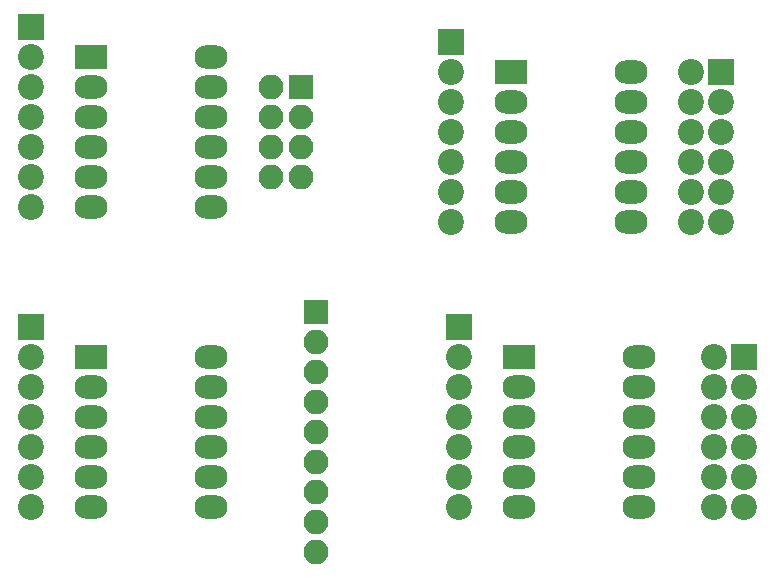
<source format=gbr>
G04 #@! TF.FileFunction,Soldermask,Bot*
%FSLAX46Y46*%
G04 Gerber Fmt 4.6, Leading zero omitted, Abs format (unit mm)*
G04 Created by KiCad (PCBNEW 4.0.7) date 08/25/18 10:55:44*
%MOMM*%
%LPD*%
G01*
G04 APERTURE LIST*
%ADD10C,0.100000*%
%ADD11C,2.200000*%
%ADD12R,2.200000X2.200000*%
%ADD13R,2.800000X2.000000*%
%ADD14O,2.800000X2.000000*%
%ADD15R,2.100000X2.100000*%
%ADD16O,2.100000X2.100000*%
G04 APERTURE END LIST*
D10*
D11*
X147955000Y-106680000D03*
X147955000Y-104140000D03*
D12*
X147955000Y-91440000D03*
D11*
X147955000Y-93980000D03*
X147955000Y-96520000D03*
X147955000Y-99060000D03*
X147955000Y-101600000D03*
X169545000Y-106680000D03*
X172085000Y-106680000D03*
D12*
X172085000Y-93980000D03*
D11*
X169545000Y-93980000D03*
X172085000Y-96520000D03*
X169545000Y-96520000D03*
X172085000Y-99060000D03*
X169545000Y-99060000D03*
X172085000Y-101600000D03*
X169545000Y-101600000D03*
X172085000Y-104140000D03*
X169545000Y-104140000D03*
X167640000Y-82550000D03*
X170180000Y-82550000D03*
D12*
X170180000Y-69850000D03*
D11*
X167640000Y-69850000D03*
X170180000Y-72390000D03*
X167640000Y-72390000D03*
X170180000Y-74930000D03*
X167640000Y-74930000D03*
X170180000Y-77470000D03*
X167640000Y-77470000D03*
X170180000Y-80010000D03*
X167640000Y-80010000D03*
X111760000Y-106680000D03*
X111760000Y-104140000D03*
D12*
X111760000Y-91440000D03*
D11*
X111760000Y-93980000D03*
X111760000Y-96520000D03*
X111760000Y-99060000D03*
X111760000Y-101600000D03*
X147320000Y-82550000D03*
X147320000Y-80010000D03*
D12*
X147320000Y-67310000D03*
D11*
X147320000Y-69850000D03*
X147320000Y-72390000D03*
X147320000Y-74930000D03*
X147320000Y-77470000D03*
X111760000Y-81280000D03*
X111760000Y-78740000D03*
D12*
X111760000Y-66040000D03*
D11*
X111760000Y-68580000D03*
X111760000Y-71120000D03*
X111760000Y-73660000D03*
X111760000Y-76200000D03*
D13*
X116840000Y-68580000D03*
D14*
X116840000Y-71120000D03*
X116840000Y-73660000D03*
X116840000Y-76200000D03*
X116840000Y-78740000D03*
X116840000Y-81280000D03*
X127000000Y-81280000D03*
X127000000Y-78740000D03*
X127000000Y-76200000D03*
X127000000Y-73660000D03*
X127000000Y-71120000D03*
X127000000Y-68580000D03*
D13*
X152400000Y-69850000D03*
D14*
X152400000Y-72390000D03*
X152400000Y-74930000D03*
X152400000Y-77470000D03*
X152400000Y-80010000D03*
X152400000Y-82550000D03*
X162560000Y-82550000D03*
X162560000Y-80010000D03*
X162560000Y-77470000D03*
X162560000Y-74930000D03*
X162560000Y-72390000D03*
X162560000Y-69850000D03*
D15*
X134620000Y-71120000D03*
D16*
X132080000Y-71120000D03*
X134620000Y-73660000D03*
X132080000Y-73660000D03*
X134620000Y-76200000D03*
X132080000Y-76200000D03*
X134620000Y-78740000D03*
X132080000Y-78740000D03*
D13*
X116840000Y-93980000D03*
D14*
X116840000Y-96520000D03*
X116840000Y-99060000D03*
X116840000Y-101600000D03*
X116840000Y-104140000D03*
X116840000Y-106680000D03*
X127000000Y-106680000D03*
X127000000Y-104140000D03*
X127000000Y-101600000D03*
X127000000Y-99060000D03*
X127000000Y-96520000D03*
X127000000Y-93980000D03*
D15*
X135890000Y-90170000D03*
D16*
X135890000Y-92710000D03*
X135890000Y-95250000D03*
X135890000Y-97790000D03*
X135890000Y-100330000D03*
X135890000Y-102870000D03*
X135890000Y-105410000D03*
X135890000Y-107950000D03*
X135890000Y-110490000D03*
D13*
X153035000Y-93980000D03*
D14*
X153035000Y-96520000D03*
X153035000Y-99060000D03*
X153035000Y-101600000D03*
X153035000Y-104140000D03*
X153035000Y-106680000D03*
X163195000Y-106680000D03*
X163195000Y-104140000D03*
X163195000Y-101600000D03*
X163195000Y-99060000D03*
X163195000Y-96520000D03*
X163195000Y-93980000D03*
M02*

</source>
